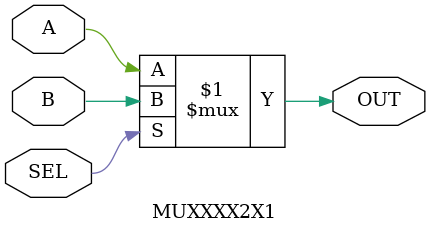
<source format=v>
module MUXXXX2X1 (A,B,SEL,OUT);
	input A,B,SEL;
	output OUT;
	assign OUT=SEL?B:A;
endmodule 
</source>
